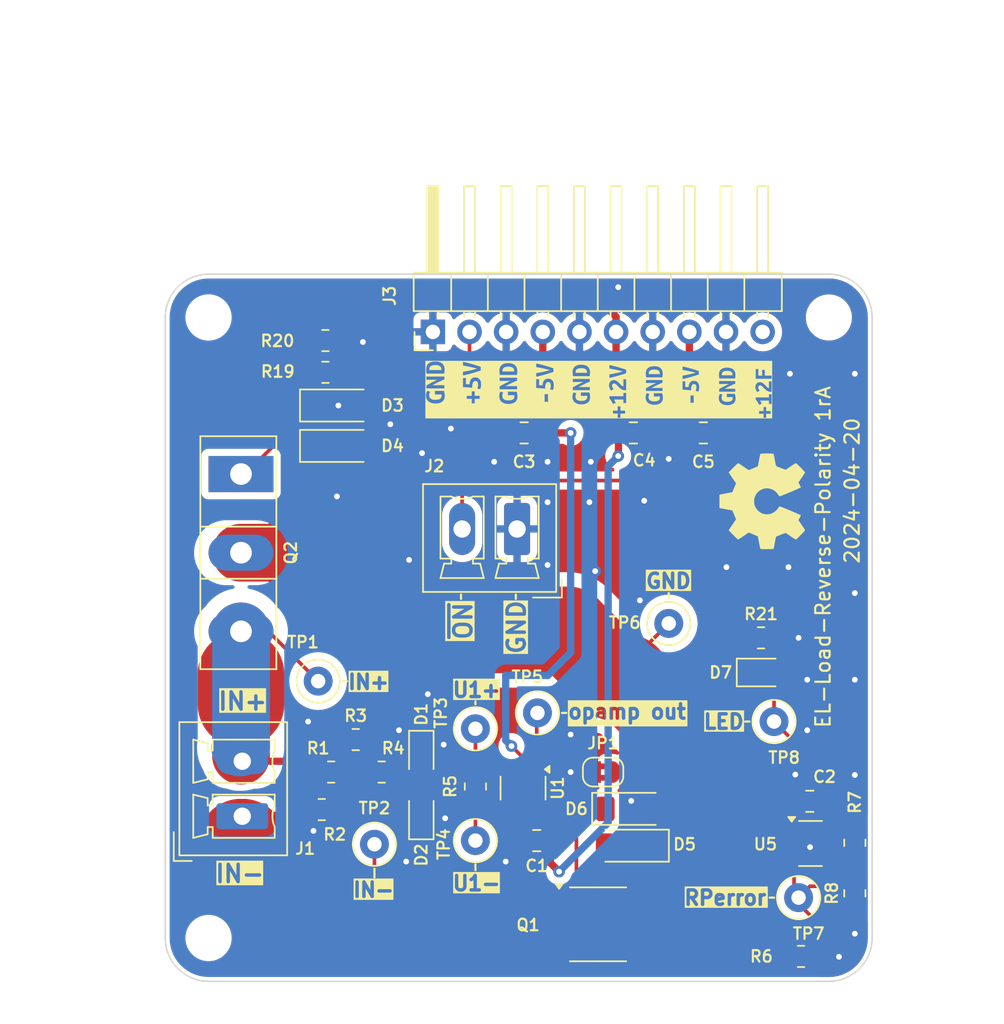
<source format=kicad_pcb>
(kicad_pcb (version 20240108) (generator "pcbnew") (generator_version "8.0")
  (title_block (title "EL-Load-Reverse-Polarity") (date "2024-04-20") (rev "${VERSION}r${PCBVERSION}"))
  (layers (0 "F.Cu" mixed) (31 "B.Cu" mixed) (34 "B.Paste" user) (35 "F.Paste" user) (36 "B.SilkS" user "B.Silkscreen") (37 "F.SilkS" user "F.Silkscreen") (38 "B.Mask" user) (39 "F.Mask" user) (44 "Edge.Cuts" user))
  (property "PCBVERSION" "A")
  (property "VERSION" "1")
  (net 0 "")
  (net 1 "-5V")
  (net 2 "+12V")
  (net 3 "GND")
  (net 4 "+5V")
  (net 5 "Net-(D1-A2)")
  (net 6 "Net-(D2-A2)")
  (net 7 "Net-(D3-K)")
  (net 8 "Net-(D3-A)")
  (net 9 "Net-(D4-K)")
  (net 10 "Net-(D5-K)")
  (net 11 "Net-(D5-A)")
  (net 12 "Net-(D6-K)")
  (net 13 "Net-(D7-K)")
  (net 14 "Net-(D7-A)")
  (net 15 "-12V")
  (net 16 "+12P")
  (net 17 "Net-(J1-Pin_1)")
  (net 18 "Net-(J1-Pin_2)")
  (net 19 "Net-(J2-Pin_2)")
  (net 20 "Net-(JP1-A)")
  (net 21 "Net-(NT1-Pad1)")
  (net 22 "Net-(NT2-Pad2)")
  (net 23 "Net-(Q2-D)")
  (net 24 "Net-(R1-Pad2)")
  (net 25 "Net-(R3-Pad2)")
  (net 26 "Net-(U5-+)")
  (footprint "Diode_SMD:D_SOD-323" (layer "F.Cu") (at 93.85 78.15 90)
    (property "Reference" "D2" (at -2.7 0 90) (layer "F.SilkS") (effects (font (size 0.8 0.8))))
    (property "Value" "PESD3V3L1BAF")
    (pad "1" smd roundrect (at -1.05 0 90) (size 0.6 0.45) (layers "F.Cu" "F.Paste" "F.Mask") (net 3 "GND"))
    (pad "2" smd roundrect (at 1.05 0 90) (size 0.6 0.45) (layers "F.Cu" "F.Paste" "F.Mask") (net 6 "Net-(D2-A2)"))
  )
  (footprint "Capacitor_SMD:C_0805_2012Metric_Pad1.18x1.45mm_HandSolder" (layer "F.Cu") (at 120.775 77.125 180)
    (property "Reference" "C2" (at -1.025 1.7 0) (layer "F.SilkS") (effects (font (size 0.8 0.8))))
    (property "Value" "10u")
    (pad "1" smd roundrect (at -1.0375 0 180) (size 1.175 1.45) (layers "F.Cu" "F.Paste" "F.Mask") (roundrect_rratio 0.212766) (net 4 "+5V"))
    (pad "2" smd roundrect (at 1.0375 0 180) (size 1.175 1.45) (layers "F.Cu" "F.Paste" "F.Mask") (roundrect_rratio 0.212766) (net 3 "GND"))
  )
  (footprint "Symbol:OSHW-Symbol_6.7x6mm_SilkScreen" (layer "F.Cu") (at 117.5 56.35 90)
    (property "Reference" "SYM1" (hide yes))
    (property "Value" "EL-Load-Reverse-Polarity 1rA" (at -3.85 4.2 90) (layer "F.SilkS"))
  )
  (footprint "MountingHole:MountingHole_2.7mm_M2.5_DIN965" (layer "F.Cu") (at 79.1 86.6)
    (property "Reference" "H1" (hide yes))
    (property "Value" "MountingHole" (hide yes))
    (pad "" np_thru_hole circle (at 0 0) (size 2.7 2.7) (drill 2.7) (layers "*.Cu" "*.Mask"))
  )
  (footprint "MountingHole:MountingHole_2.7mm_M2.5_DIN965" (layer "F.Cu") (at 79.1 43.6)
    (property "Reference" "H3" (hide yes))
    (property "Value" "MountingHole" (hide yes))
    (pad "" np_thru_hole circle (at 0 0) (size 2.7 2.7) (drill 2.7) (layers "*.Cu" "*.Mask"))
  )
  (footprint "Resistor_SMD:R_0805_2012Metric" (layer "F.Cu") (at 123.9 83.5 90)
    (property "Reference" "R8" (at 0 -1.6 90) (layer "F.SilkS") (effects (font (size 0.8 0.8))))
    (property "Value" "15k")
    (pad "1" smd roundrect (at -0.9125 0 90) (size 1.025 1.4) (layers "F.Cu" "F.Paste" "F.Mask") (roundrect_rratio 0.243902) (net 3 "GND"))
    (pad "2" smd roundrect (at 0.9125 0 90) (size 1.025 1.4) (layers "F.Cu" "F.Paste" "F.Mask") (roundrect_rratio 0.243902) (net 26 "Net-(U5-+)"))
  )
  (footprint "kibuzzard-661FA39C" (layer "F.Cu") (at 106.15 48.6 90)
    (property "Reference" "kibuzzard-661FA39C" (hide yes))
    (property "Value" "G***" (hide yes))
  )
  (footprint "TestPoint:TestPoint_Loop_D2.50mm_Drill1.0mm" (layer "F.Cu") (at 118.3 71.6)
    (property "Reference" "TP8" (at 0.7 2.5 0) (layer "F.SilkS") (effects (font (size 0.8 0.8))))
    (property "Value" "TestPoint")
    (pad "1" thru_hole circle (at 0 0) (size 2 2) (drill 1) (layers "*.Cu" "*.Mask") (net 14 "Net-(D7-A)"))
  )
  (footprint "Diode_SMD:D_MiniMELF" (layer "F.Cu") (at 88.1 49.7)
    (property "Reference" "D3" (at 3.75 0 0) (layer "F.SilkS") (effects (font (size 0.8 0.8))))
    (property "Value" "TZMB16-GS08")
    (pad "1" smd roundrect (at -1.75 0) (size 1.3 1.7) (layers "F.Cu" "F.Paste" "F.Mask") (roundrect_rratio 0.1923076923) (net 7 "Net-(D3-K)"))
    (pad "2" smd roundrect (at 1.75 0) (size 1.3 1.7) (layers "F.Cu" "F.Paste" "F.Mask") (roundrect_rratio 0.1923076923) (net 8 "Net-(D3-A)"))
  )
  (footprint "Resistor_SMD:R_0805_2012Metric" (layer "F.Cu") (at 117.4 65.8)
    (property "Reference" "R21" (at 0 -1.65 0) (layer "F.SilkS") (effects (font (size 0.8 0.8))))
    (property "Value" "4k7")
    (pad "1" smd roundrect (at -0.9125 0) (size 1.025 1.4) (layers "F.Cu" "F.Paste" "F.Mask") (roundrect_rratio 0.243902) (net 13 "Net-(D7-K)"))
    (pad "2" smd roundrect (at 0.9125 0) (size 1.025 1.4) (layers "F.Cu" "F.Paste" "F.Mask") (roundrect_rratio 0.243902) (net 3 "GND"))
  )
  (footprint "LED_SMD:LED_0805_2012Metric" (layer "F.Cu") (at 117.4 68.2)
    (property "Reference" "D7" (at -2.8 0 0) (layer "F.SilkS") (effects (font (size 0.8 0.8))))
    (property "Value" "Red")
    (pad "1" smd roundrect (at -0.9375 0) (size 0.975 1.4) (layers "F.Cu" "F.Paste" "F.Mask") (net 13 "Net-(D7-K)"))
    (pad "2" smd roundrect (at 0.9375 0) (size 0.975 1.4) (layers "F.Cu" "F.Paste" "F.Mask") (net 14 "Net-(D7-A)"))
  )
  (footprint "Package_SO:SO-8_3.9x4.9mm_P1.27mm" (layer "F.Cu") (at 106.1 85.65)
    (property "Reference" "Q1" (at -4.85 0.05 0) (layer "F.SilkS") (effects (font (size 0.8 0.8))))
    (property "Value" "AOSP66923")
    (pad "1" smd roundrect (at -2.575 -1.905) (size 1.75 0.6) (layers "F.Cu" "F.Paste" "F.Mask") (net 17 "Net-(J1-Pin_1)"))
    (pad "2" smd roundrect (at -2.575 -0.635) (size 1.75 0.6) (layers "F.Cu" "F.Paste" "F.Mask") (net 17 "Net-(J1-Pin_1)"))
    (pad "3" smd roundrect (at -2.575 0.635) (size 1.75 0.6) (layers "F.Cu" "F.Paste" "F.Mask") (net 17 "Net-(J1-Pin_1)"))
    (pad "4" smd roundrect (at -2.575 1.905) (size 1.75 0.6) (layers "F.Cu" "F.Paste" "F.Mask") (net 12 "Net-(D6-K)"))
    (pad "5" smd roundrect (at 2.575 1.905) (size 1.75 0.6) (layers "F.Cu" "F.Paste" "F.Mask") (net 23 "Net-(Q2-D)"))
    (pad "6" smd roundrect (at 2.575 0.635) (size 1.75 0.6) (layers "F.Cu" "F.Paste" "F.Mask") (net 23 "Net-(Q2-D)"))
    (pad "7" smd roundrect (at 2.575 -0.635) (size 1.75 0.6) (layers "F.Cu" "F.Paste" "F.Mask") (net 23 "Net-(Q2-D)"))
    (pad "8" smd roundrect (at 2.575 -1.905) (size 1.75 0.6) (layers "F.Cu" "F.Paste" "F.Mask") (net 23 "Net-(Q2-D)"))
  )
  (footprint "TestPoint:TestPoint_Loop_D2.50mm_Drill1.0mm" (layer "F.Cu") (at 120 83.8)
    (property "Reference" "TP7" (at 0.7 2.5 0) (layer "F.SilkS") (effects (font (size 0.8 0.8))))
    (property "Value" "TestPoint")
    (pad "1" thru_hole circle (at 0 0) (size 2 2) (drill 1) (layers "*.Cu" "*.Mask") (net 26 "Net-(U5-+)"))
  )
  (footprint "Capacitor_SMD:C_0805_2012Metric" (layer "F.Cu") (at 101.85 79.85)
    (property "Reference" "C1" (at 0 1.75 0) (layer "F.SilkS") (effects (font (size 0.8 0.8))))
    (property "Value" "100n")
    (pad "1" smd roundrect (at -0.95 0) (size 1 1.45) (layers "F.Cu" "F.Paste" "F.Mask") (net 1 "-5V"))
    (pad "2" smd roundrect (at 0.95 0) (size 1 1.45) (layers "F.Cu" "F.Paste" "F.Mask") (net 2 "+12V"))
  )
  (footprint "NetTies:NetTie-2_SMD_LongPad0.5mm" (layer "F.Cu") (at 84.35 78.1)
    (property "Reference" "NT2" (hide yes))
    (property "Value" "NetTie_2" (hide yes))
    (fp_poly (pts (xy -1 -0.25) (xy 1 -0.25) (xy 1 0.25) (xy -1 0.25)) (fill solid) (layer "F.Cu"))
    (pad "1" smd circle (at -1 0) (size 0.5 0.5) (layers "F.Cu") (net 17 "Net-(J1-Pin_1)"))
    (pad "2" smd circle (at 1 0) (size 0.5 0.5) (layers "F.Cu") (net 22 "Net-(NT2-Pad2)"))
  )
  (footprint "Diode_SMD:D_MiniMELF" (layer "F.Cu") (at 108.35 80.2 180)
    (property "Reference" "D5" (at -3.75 0.09 0) (layer "F.SilkS") (effects (font (size 0.8 0.8))))
    (property "Value" "TZMB16-GS08")
    (pad "1" smd roundrect (at -1.75 0 180) (size 1.3 1.7) (layers "F.Cu" "F.Paste" "F.Mask") (roundrect_rratio 0.1923076923) (net 10 "Net-(D5-K)"))
    (pad "2" smd roundrect (at 1.75 0 180) (size 1.3 1.7) (layers "F.Cu" "F.Paste" "F.Mask") (roundrect_rratio 0.1923076923) (net 11 "Net-(D5-A)"))
  )
  (footprint "Diode_SMD:D_MiniMELF" (layer "F.Cu") (at 108.35 77.65)
    (property "Reference" "D6" (at -3.75 0 0) (layer "F.SilkS") (effects (font (size 0.8 0.8))))
    (property "Value" "TZMB16-GS08")
    (pad "1" smd roundrect (at -1.75 0) (size 1.3 1.7) (layers "F.Cu" "F.Paste" "F.Mask") (roundrect_rratio 0.1923076923) (net 12 "Net-(D6-K)"))
    (pad "2" smd roundrect (at 1.75 0) (size 1.3 1.7) (layers "F.Cu" "F.Paste" "F.Mask") (roundrect_rratio 0.1923076923) (net 11 "Net-(D5-A)"))
  )
  (footprint "Jumper:SolderJumper-2_P1.3mm_Bridged2Bar_RoundedPad1.0x1.5mm" (layer "F.Cu") (at 106.45 75.1 180)
    (property "Reference" "JP1" (at 0 2 0) (layer "F.SilkS") (effects (font (size 0.8 0.8))))
    (property "Value" "SolderJumper_2_Bridged")
    (fp_poly (pts (xy -0.25 0.2) (xy 0.25 0.2) (xy 0.25 0.6) (xy -0.25 0.6)) (fill solid) (layer "F.Cu"))
    (fp_poly (pts (xy -0.25 -0.6) (xy 0.25 -0.6) (xy 0.25 -0.2) (xy -0.25 -0.2)) (fill solid) (layer "F.Cu"))
    (pad "1" smd custom (at -0.65 0 180) (size 1 0.5) (layers "F.Cu" "F.Mask") (net 20 "Net-(JP1-A)") (options (clearance outline) (anchor rect)) (primitives (gr_circle (center 0 0.25) (end 0.5 0.25) (width 0) (fill yes)) (gr_circle (center 0 -0.25) (end 0.5 -0.25) (width 0) (fill yes)) (gr_poly (pts (xy 0.5 0.75) (xy 0 0.75) (xy 0 -0.75) (xy 0.5 -0.75)) (width 0) (fill yes))))
    (pad "2" smd custom (at 0.65 0 180) (size 1 0.5) (layers "F.Cu" "F.Mask") (net 3 "GND") (options (clearance outline) (anchor rect)) (primitives (gr_circle (center 0 0.25) (end 0.5 0.25) (width 0) (fill yes)) (gr_circle (center 0 -0.25) (end 0.5 -0.25) (width 0) (fill yes)) (gr_poly (pts (xy 0 0.75) (xy -0.5 0.75) (xy -0.5 -0.75) (xy 0 -0.75)) (width 0) (fill yes))))
  )
  (footprint "Resistor_SMD:R_0805_2012Metric" (layer "F.Cu") (at 123.9 80 90)
    (property "Reference" "R7" (at 2.8 0 90) (layer "F.SilkS") (effects (font (size 0.8 0.8))))
    (property "Value" "20k")
    (pad "1" smd roundrect (at -0.9125 0 90) (size 1.025 1.4) (layers "F.Cu" "F.Paste" "F.Mask") (roundrect_rratio 0.243902) (net 26 "Net-(U5-+)"))
    (pad "2" smd roundrect (at 0.9125 0 90) (size 1.025 1.4) (layers "F.Cu" "F.Paste" "F.Mask") (roundrect_rratio 0.243902) (net 4 "+5V"))
  )
  (footprint "Package_TO_SOT_THT:TO-247-3_Vertical" (layer "F.Cu") (at 81.35 54.45 -90)
    (property "Reference" "Q2" (at 5.45 -3.45 90) (layer "F.SilkS") (effects (font (size 0.8 0.8))))
    (property "Value" "IRFP250M")
    (pad "1" thru_hole rect (at 0 0 270) (size 2.5 4.5) (drill 1.5) (layers "*.Cu" "*.Mask") (net 7 "Net-(D3-K)"))
    (pad "2" thru_hole oval (at 5.45 0 270) (size 2.5 4.5) (drill 1.5) (layers "*.Cu" "*.Mask") (net 23 "Net-(Q2-D)"))
    (pad "3" thru_hole oval (at 10.9 0 270) (size 2.5 4.5) (drill 1.5) (layers "*.Cu" "*.Mask") (net 18 "Net-(J1-Pin_2)"))
  )
  (footprint "Capacitor_SMD:C_0805_2012Metric_Pad1.18x1.45mm_HandSolder" (layer "F.Cu") (at 108.55 51.6)
    (property "Reference" "C4" (at 0.75 1.9 0) (layer "F.SilkS") (effects (font (size 0.8 0.8))))
    (property "Value" "10u")
    (pad "1" smd roundrect (at -1.0375 0) (size 1.175 1.45) (layers "F.Cu" "F.Paste" "F.Mask") (roundrect_rratio 0.212766) (net 2 "+12V"))
    (pad "2" smd roundrect (at 1.0375 0) (size 1.175 1.45) (layers "F.Cu" "F.Paste" "F.Mask") (roundrect_rratio 0.212766) (net 3 "GND"))
  )
  (footprint "Resistor_SMD:R_0805_2012Metric" (layer "F.Cu") (at 87.2 45.2 180)
    (property "Reference" "R20" (at 3.325 -0.025 0) (layer "F.SilkS") (effects (font (size 0.8 0.8))))
    (property "Value" "10k")
    (pad "1" smd roundrect (at -0.9125 0 180) (size 1.025 1.4) (layers "F.Cu" "F.Paste" "F.Mask") (roundrect_rratio 0.243902) (net 2 "+12V"))
    (pad "2" smd roundrect (at 0.9125 0 180) (size 1.025 1.4) (layers "F.Cu" "F.Paste" "F.Mask") (roundrect_rratio 0.243902) (net 7 "Net-(D3-K)"))
  )
  (footprint "Resistor_SMD:R_0805_2012Metric" (layer "F.Cu") (at 87.6 75.1)
    (property "Reference" "R1" (at -0.9 -1.65 0) (layer "F.SilkS") (effects (font (size 0.8 0.8))))
    (property "Value" "1M")
    (pad "1" smd roundrect (at -0.9125 0) (size 1.025 1.4) (layers "F.Cu" "F.Paste" "F.Mask") (roundrect_rratio 0.243902) (net 21 "Net-(NT1-Pad1)"))
    (pad "2" smd roundrect (at 0.9125 0) (size 1.025 1.4) (layers "F.Cu" "F.Paste" "F.Mask") (roundrect_rratio 0.243902) (net 24 "Net-(R1-Pad2)"))
  )
  (footprint "Resistor_SMD:R_0805_2012Metric" (layer "F.Cu") (at 86.95 77.7 180)
    (property "Reference" "R2" (at -0.9 -1.725 0) (layer "F.SilkS") (effects (font (size 0.8 0.8))))
    (property "Value" "100k")
    (pad "1" smd roundrect (at -0.9125 0 180) (size 1.025 1.4) (layers "F.Cu" "F.Paste" "F.Mask") (roundrect_rratio 0.243902) (net 6 "Net-(D2-A2)"))
    (pad "2" smd roundrect (at 0.9125 0 180) (size 1.025 1.4) (layers "F.Cu" "F.Paste" "F.Mask") (roundrect_rratio 0.243902) (net 22 "Net-(NT2-Pad2)"))
  )
  (footprint "TestPoint:TestPoint_Loop_D2.50mm_Drill1.0mm" (layer "F.Cu") (at 86.7 68.8 -90)
    (property "Reference" "TP1" (at -2.7 1.05 180) (layer "F.SilkS") (effects (font (size 0.8 0.8))))
    (property "Value" "TestPoint")
    (pad "1" thru_hole circle (at 0 0 270) (size 2 2) (drill 1) (layers "*.Cu" "*.Mask") (net 18 "Net-(J1-Pin_2)"))
  )
  (footprint "Connector_Phoenix_MC:PhoenixContact_MCV_1,5_2-G-3.81_1x02_P3.81mm_Vertical" (layer "F.Cu") (at 81.4375 78.16 90)
    (property "Reference" "J1" (at -2.24 4.3625 180) (layer "F.SilkS") (effects (font (size 0.8 0.8))))
    (property "Value" "Conn_01x02_Socket")
    (pad "1" thru_hole roundrect (at 0 0 90) (size 1.8 3.6) (drill 1.2) (layers "*.Cu" "*.Mask") (roundrect_rratio 0.138889) (net 17 "Net-(J1-Pin_1)"))
    (pad "2" thru_hole oval (at 3.81 0 90) (size 1.8 3.6) (drill 1.2) (layers "*.Cu" "*.Mask") (net 18 "Net-(J1-Pin_2)"))
  )
  (footprint "Resistor_SMD:R_0805_2012Metric" (layer "F.Cu") (at 87.2 47.4 180)
    (property "Reference" "R19" (at 3.3 0.05 0) (layer "F.SilkS") (effects (font (size 0.8 0.8))))
    (property "Value" "100")
    (pad "1" smd roundrect (at -0.9125 0 180) (size 1.025 1.4) (layers "F.Cu" "F.Paste" "F.Mask") (roundrect_rratio 0.243902) (net 19 "Net-(J2-Pin_2)"))
    (pad "2" smd roundrect (at 0.9125 0 180) (size 1.025 1.4) (layers "F.Cu" "F.Paste" "F.Mask") (roundrect_rratio 0.243902) (net 7 "Net-(D3-K)"))
  )
  (footprint "Resistor_SMD:R_0805_2012Metric" (layer "F.Cu") (at 120.175 87.875)
    (property "Reference" "R6" (at -2.75 0 0) (layer "F.SilkS") (effects (font (size 0.8 0.8))))
    (property "Value" "22k")
    (pad "1" smd roundrect (at -0.9125 0) (size 1.025 1.4) (layers "F.Cu" "F.Paste" "F.Mask") (roundrect_rratio 0.243902) (net 12 "Net-(D6-K)"))
    (pad "2" smd roundrect (at 0.9125 0) (size 1.025 1.4) (layers "F.Cu" "F.Paste" "F.Mask") (roundrect_rratio 0.243902) (net 26 "Net-(U5-+)"))
  )
  (footprint "Connector_PinHeader_2.54mm:PinHeader_1x10_P2.54mm_Horizontal" (layer "F.Cu") (at 94.65 44.6 90)
    (property "Reference" "J3" (at 2.5 -3 90) (layer "F.SilkS") (effects (font (size 0.8 0.8))))
    (property "Value" "Conn_01x10_Male")
    (pad "1" thru_hole rect (at 0 0 90) (size 1.7 1.7) (drill 1) (layers "*.Cu" "*.Mask") (net 3 "GND"))
    (pad "2" thru_hole oval (at 0 2.54 90) (size 1.7 1.7) (drill 1) (layers "*.Cu" "*.Mask") (net 4 "+5V"))
    (pad "3" thru_hole oval (at 0 5.08 90) (size 1.7 1.7) (drill 1) (layers "*.Cu" "*.Mask") (net 3 "GND"))
    (pad "4" thru_hole oval (at 0 7.62 90) (size 1.7 1.7) (drill 1) (layers "*.Cu" "*.Mask") (net 1 "-5V"))
    (pad "5" thru_hole oval (at 0 10.16 90) (size 1.7 1.7) (drill 1) (layers "*.Cu" "*.Mask") (net 3 "GND"))
    (pad "6" thru_hole oval (at 0 12.7 90) (size 1.7 1.7) (drill 1) (layers "*.Cu" "*.Mask") (net 2 "+12V"))
    (pad "7" thru_hole oval (at 0 15.24 90) (size 1.7 1.7) (drill 1) (layers "*.Cu" "*.Mask") (net 3 "GND"))
    (pad "8" thru_hole oval (at 0 17.78 90) (size 1.7 1.7) (drill 1) (layers "*.Cu" "*.Mask") (net 15 "-12V"))
    (pad "9" thru_hole oval (at 0 20.32 90) (size 1.7 1.7) (drill 1) (layers "*.Cu" "*.Mask") (net 3 "GND"))
    (pad "10" thru_hole oval (at 0 22.86 90) (size 1.7 1.7) (drill 1) (layers "*.Cu" "*.Mask") (net 16 "+12P"))
  )
  (footprint "NetTies:NetTie-2_SMD_LongPad0.5mm" (layer "F.Cu") (at 109.1 75.1)
    (property "Reference" "NT5" (hide yes))
    (property "Value" "NetTie_2" (hide yes))
    (fp_poly (pts (xy -1 -0.25) (xy 1 -0.25) (xy 1 0.25) (xy -1 0.25)) (fill solid) (layer "F.Cu"))
    (pad "1" smd circle (at -1 0) (size 0.5 0.5) (layers "F.Cu") (net 20 "Net-(JP1-A)"))
    (pad "2" smd circle (at 1 0) (size 0.5 0.5) (layers "F.Cu") (net 23 "Net-(Q2-D)"))
  )
  (footprint "TestPoint:TestPoint_Loop_D2.50mm_Drill1.0mm" (layer "F.Cu") (at 111 64.8 180)
    (property "Reference" "TP6" (at 3.05 0.05 0) (layer "F.SilkS") (effects (font (size 0.8 0.8))))
    (property "Value" "TestPoint")
    (pad "1" thru_hole circle (at 0 0 180) (size 2 2) (drill 1) (layers "*.Cu" "*.Mask") (net 23 "Net-(Q2-D)"))
  )
  (footprint "TestPoint:TestPoint_Loop_D2.50mm_Drill1.0mm" (layer "F.Cu") (at 90.6 80.1 180)
    (property "Reference" "TP2" (at 0 2.5 0) (layer "F.SilkS") (effects (font (size 0.8 0.8))))
    (property "Value" "TestPoint")
    (pad "1" thru_hole circle (at 0 0 180) (size 2 2) (drill 1) (layers "*.Cu" "*.Mask") (net 17 "Net-(J1-Pin_1)"))
  )
  (footprint "Capacitor_SMD:C_0805_2012Metric_Pad1.18x1.45mm_HandSolder" (layer "F.Cu") (at 100.975 51.6)
    (property "Reference" "C3" (at 0 2 0) (layer "F.SilkS") (effects (font (size 0.8 0.8))))
    (property "Value" "10u")
    (pad "1" smd roundrect (at -1.0375 0) (size 1.175 1.45) (layers "F.Cu" "F.Paste" "F.Mask") (roundrect_rratio 0.212766) (net 3 "GND"))
    (pad "2" smd roundrect (at 1.0375 0) (size 1.175 1.45) (layers "F.Cu" "F.Paste" "F.Mask") (roundrect_rratio 0.212766) (net 1 "-5V"))
  )
  (footprint "Package_TO_SOT_SMD:SOT-23-5" (layer "F.Cu") (at 120.825 80.05)
    (property "Reference" "U5" (at -3.125 0.05 0) (layer "F.SilkS") (effects (font (size 0.8 0.8))))
    (property "Value" "MCP6V51")
    (pad "1" smd roundrect (at -1.1375 -0.95) (size 1.325 0.6) (layers "F.Cu" "F.Paste" "F.Mask") (net 14 "Net-(D7-A)"))
    (pad "2" smd roundrect (at -1.1375 0) (size 1.325 0.6) (layers "F.Cu" "F.Paste" "F.Mask") (net 3 "GND"))
    (pad "3" smd roundrect (at -1.1375 0.95) (size 1.325 0.6) (layers "F.Cu" "F.Paste" "F.Mask") (net 26 "Net-(U5-+)"))
    (pad "4" smd roundrect (at 1.1375 0.95) (size 1.325 0.6) (layers "F.Cu" "F.Paste" "F.Mask") (net 14 "Net-(D7-A)"))
    (pad "5" smd roundrect (at 1.1375 -0.95) (size 1.325 0.6) (layers "F.Cu" "F.Paste" "F.Mask") (net 4 "+5V"))
  )
  (footprint "Diode_SMD:D_MiniMELF" (layer "F.Cu") (at 88.1 52.5)
    (property "Reference" "D4" (at 3.75 0 0) (layer "F.SilkS") (effects (font (size 0.8 0.8))))
    (property "Value" "TZMB16-GS08")
    (pad "1" smd roundrect (at -1.75 0) (size 1.3 1.7) (layers "F.Cu" "F.Paste" "F.Mask") (roundrect_rratio 0.1923076923) (net 9 "Net-(D4-K)"))
    (pad "2" smd roundrect (at 1.75 0) (size 1.3 1.7) (layers "F.Cu" "F.Paste" "F.Mask") (roundrect_rratio 0.1923076923) (net 8 "Net-(D3-A)"))
  )
  (footprint "NetTies:NetTie-2_SMD_LongPad0.5mm" (layer "F.Cu") (at 86.35 56.05 -90)
    (property "Reference" "NT3" (hide yes))
    (property "Value" "NetTie_2" (hide yes))
    (fp_poly (pts (xy -1 -0.25) (xy 1 -0.25) (xy 1 0.25) (xy -1 0.25)) (fill solid) (layer "F.Cu"))
    (pad "1" smd circle (at -1 0 270) (size 0.5 0.5) (layers "F.Cu") (net 9 "Net-(D4-K)"))
    (pad "2" smd circle (at 1 0 270) (size 0.5 0.5) (layers "F.Cu") (net 23 "Net-(Q2-D)"))
  )
  (footprint "Resistor_SMD:R_0805_2012Metric" (layer "F.Cu") (at 89.3 72.85)
    (property "Reference" "R3" (at 0 -1.65 0) (layer "F.SilkS") (effects (font (size 0.8 0.8))))
    (property "Value" "1M")
    (pad "1" smd roundrect (at -0.9125 0) (size 1.025 1.4) (layers "F.Cu" "F.Paste" "F.Mask") (roundrect_rratio 0.243902) (net 24 "Net-(R1-Pad2)"))
    (pad "2" smd roundrect (at 0.9125 0) (size 1.025 1.4) (layers "F.Cu" "F.Paste" "F.Mask") (roundrect_rratio 0.243902) (net 25 "Net-(R3-Pad2)"))
  )
  (footprint "NetTies:NetTie-2_SMD_LongPad0.5mm" (layer "F.Cu") (at 108.45 81.75 90)
    (property "Reference" "NT4" (hide yes))
    (property "Value" "NetTie_2" (hide yes))
    (fp_poly (pts (xy -1 -0.25) (xy 1 -0.25) (xy 1 0.25) (xy -1 0.25)) (fill solid) (layer "F.Cu"))
    (pad "1" smd circle (at -1 0 90) (size 0.5 0.5) (layers "F.Cu") (net 23 "Net-(Q2-D)"))
    (pad "2" smd circle (at 1 0 90) (size 0.5 0.5) (layers "F.Cu") (net 10 "Net-(D5-K)"))
  )
  (footprint "Connector_Phoenix_MC:PhoenixContact_MCV_1,5_2-G-3.81_1x02_P3.81mm_Vertical" (layer "F.Cu") (at 100.4875 58.2575 180)
    (property "Reference" "J2" (at 5.7375 4.3575 0) (layer "F.SilkS") (effects (font (size 0.8 0.8))))
    (property "Value" "Conn_01x02_Socket")
    (pad "1" thru_hole roundrect (at 0 0 180) (size 1.8 3.6) (drill 1.2) (layers "*.Cu" "*.Mask") (roundrect_rratio 0.138889) (net 3 "GND"))
    (pad "2" thru_hole oval (at 3.81 0 180) (size 1.8 3.6) (drill 1.2) (layers "*.Cu" "*.Mask") (net 19 "Net-(J2-Pin_2)"))
  )
  (footprint "MountingHole:MountingHole_2.7mm_M2.5_DIN965" (layer "F.Cu") (at 122.1 43.6)
    (property "Reference" "H2" (hide yes))
    (property "Value" "MountingHole" (hide yes))
    (pad "" np_thru_hole circle (at 0 0) (size 2.7 2.7) (drill 2.7) (layers "*.Cu" "*.Mask"))
  )
  (footprint "Resistor_SMD:R_0805_2012Metric" (layer "F.Cu") (at 97.6 76.1 90)
    (property "Reference" "R5" (at 0 -1.75 90) (layer "F.SilkS") (effects (font (size 0.8 0.8))))
    (property "Value" "100k")
    (pad "1" smd roundrect (at -0.9125 0 90) (size 1.025 1.4) (layers "F.Cu" "F.Paste" "F.Mask") (roundrect_rratio 0.243902) (net 6 "Net-(D2-A2)"))
    (pad "2" smd roundrect (at 0.9125 0 90) (size 1.025 1.4) (layers "F.Cu" "F.Paste" "F.Mask") (roundrect_rratio 0.243902) (net 5 "Net-(D1-A2)"))
  )
  (footprint "TestPoint:TestPoint_Loop_D2.50mm_Drill1.0mm" (layer "F.Cu") (at 97.6 79.85)
    (property "Reference" "TP4" (at -2.2 0.25 90) (layer "F.SilkS") (effects (font (size 0.8 0.8))))
    (property "Value" "TestPoint")
    (pad "1" thru_hole circle (at 0 0) (size 2 2) (drill 1) (layers "*.Cu" "*.Mask") (net 6 "Net-(D2-A2)"))
  )
  (footprint "TestPoint:TestPoint_Loop_D2.50mm_Drill1.0mm" (layer "F.Cu") (at 97.6 72.1 180)
    (property "Reference" "TP3" (at 2.4 1.1 90) (layer "F.SilkS") (effects (font (size 0.8 0.8))))
    (property "Value" "TestPoint")
    (pad "1" thru_hole circle (at 0 0 180) (size 2 2) (drill 1) (layers "*.Cu" "*.Mask") (net 5 "Net-(D1-A2)"))
  )
  (footprint "Capacitor_SMD:C_0805_2012Metric_Pad1.18x1.45mm_HandSolder" (layer "F.Cu") (at 113.4 51.6 180)
    (property "Reference" "C5" (at 0 -2 0) (layer "F.SilkS") (effects (font (size 0.8 0.8))))
    (property "Value" "10u")
    (pad "1" smd roundrect (at -1.0375 0 180) (size 1.175 1.45) (layers "F.Cu" "F.Paste" "F.Mask") (roundrect_rratio 0.212766) (net 3 "GND"))
    (pad "2" smd roundrect (at 1.0375 0 180) (size 1.175 1.45) (layers "F.Cu" "F.Paste" "F.Mask") (roundrect_rratio 0.212766) (net 15 "-12V"))
  )
  (footprint "NetTies:NetTie-2_SMD_LongPad0.5mm" (layer "F.Cu") (at 84.35 74.35 180)
    (property "Reference" "NT1" (hide yes))
    (property "Value" "NetTie_2" (hide yes))
    (fp_poly (pts (xy -1 -0.25) (xy 1 -0.25) (xy 1 0.25) (xy -1 0.25)) (fill solid) (layer "F.Cu"))
    (pad "1" smd circle (at -1 0 180) (size 0.5 0.5) (layers "F.Cu") (net 21 "Net-(NT1-Pad1)"))
    (pad "2" smd circle (at 1 0 180) (size 0.5 0.5) (layers "F.Cu") (net 18 "Net-(J1-Pin_2)"))
  )
  (footprint "Package_TO_SOT_SMD:SOT-23-5" (layer "F.Cu") (at 100.9 76.2125 -90)
    (property "Reference" "U1" (at 0 -2.4 90) (layer "F.SilkS") (effects (font (size 0.8 0.8))))
    (property "Value" "MCP6V51")
    (pad "1" smd roundrect (at -1.1375 -0.95 270) (size 1.325 0.6) (layers "F.Cu" "F.Paste" "F.Mask") (net 12 "Net-(D6-K)"))
    (pad "2" smd roundrect (at -1.1375 0 270) (size 1.325 0.6) (layers "F.Cu" "F.Paste" "F.Mask") (net 1 "-5V"))
    (pad "3" smd roundrect (at -1.1375 0.95 270) (size 1.325 0.6) (layers "F.Cu" "F.Paste" "F.Mask") (net 5 "Net-(D1-A2)"))
    (pad "4" smd roundrect (at 1.1375 0.95 270) (size 1.325 0.6) (layers "F.Cu" "F.Paste" "F.Mask") (net 6 "Net-(D2-A2)"))
    (pad "5" smd roundrect (at 1.1375 -0.95 270) (size 1.325 0.6) (layers "F.Cu" "F.Paste" "F.Mask") (net 2 "+12V"))
  )
  (footprint "TestPoint:TestPoint_Loop_D2.50mm_Drill1.0mm" (layer "F.Cu") (at 101.9 71 180)
    (property "Reference" "TP5" (at 0.7 2.5 0) (layer "F.SilkS") (effects (font (size 0.8 0.8))))
    (property "Value" "TestPoint")
    (pad "1" thru_hole circle (at 0 0 180) (size 2 2) (drill 1) (layers "*.Cu" "*.Mask") (net 12 "Net-(D6-K)"))
  )
  (footprint "Resistor_SMD:R_0805_2012Metric" (layer "F.Cu") (at 91.1 75.1)
    (property "Reference" "R4" (at 0.8 -1.65 0) (layer "F.SilkS") (effects (font (size 0.8 0.8))))
    (property "Value" "1M")
    (pad "1" smd roundrect (at -0.9125 0) (size 1.025 1.4) (layers "F.Cu" "F.Paste" "F.Mask") (roundrect_rratio 0.243902) (net 25 "Net-(R3-Pad2)"))
    (pad "2" smd roundrect (at 0.9125 0) (size 1.025 1.4) (layers "F.Cu" "F.Paste" "F.Mask") (roundrect_rratio 0.243902) (net 5 "Net-(D1-A2)"))
  )
  (footprint "Diode_SMD:D_SOD-323" (layer "F.Cu") (at 93.85 73.85 -90)
    (property "Reference" "D1" (at -2.75 0 90) (layer "F.SilkS") (effects (font (size 0.8 0.8))))
    (property "Value" "PESD3V3L1BAF")
    (pad "1" smd roundrect (at -1.05 0 270) (size 0.6 0.45) (layers "F.Cu" "F.Paste" "F.Mask") (net 3 "GND"))
    (pad "2" smd roundrect (at 1.05 0 270) (size 0.6 0.45) (layers "F.Cu" "F.Paste" "F.Mask") (net 5 "Net-(D1-A2)"))
  )
  (gr_line (start 111 63.1) (end 111 62.7) (stroke (width 0.15)) (layer "F.SilkS"))
  (gr_line (start 118.3 83.8) (end 118 83.8) (stroke (width 0.15)) (layer "F.SilkS"))
  (gr_line (start 100.4 63.1) (end 100.4 62.8) (stroke (width 0.15)) (layer "F.SilkS"))
  (gr_line (start 96.6 63.1) (end 96.6 62.8) (stroke (width 0.15)) (layer "F.SilkS"))
  (gr_line (start 97.6 81.5) (end 97.6 81.9) (stroke (width 0.15)) (layer "F.SilkS"))
  (gr_line (start 88.7 68.8) (end 88.4 68.8) (stroke (width 0.15)) (layer "F.SilkS"))
  (gr_line (start 97.6 70.4) (end 97.6 70.2) (stroke (width 0.15)) (layer "F.SilkS"))
  (gr_line (start 116.3 71.6) (end 116.6 71.6) (stroke (width 0.15)) (layer "F.SilkS"))
  (gr_line (start 90.6 82.4) (end 90.6 81.8) (stroke (width 0.15)) (layer "F.SilkS"))
  (gr_line (start 103.9 71) (end 103.6 71) (stroke (width 0.15)) (layer "F.SilkS"))
  (gr_arc (start 79.1 89.6) (mid 76.97868 88.72132) (end 76.1 86.6) (stroke (width 0.1)) (layer "Edge.Cuts"))
  (gr_line (start 79.1 89.6) (end 122.1 89.6) (stroke (width 0.1)) (layer "Edge.Cuts"))
  (gr_line (start 122.1 40.6) (end 79.1 40.6) (stroke (width 0.1)) (layer "Edge.Cuts"))
  (gr_line (start 125.1 86.6) (end 125.1 43.6) (stroke (width 0.1)) (layer "Edge.Cuts"))
  (gr_arc (start 76.1 43.6) (mid 76.97868 41.47868) (end 79.1 40.6) (stroke (width 0.1)) (layer "Edge.Cuts"))
  (gr_arc (start 122.1 40.6) (mid 124.22132 41.47868) (end 125.1 43.6) (stroke (width 0.1)) (layer "Edge.Cuts"))
  (gr_line (start 76.1 86.6) (end 76.1 43.6) (stroke (width 0.1)) (layer "Edge.Cuts"))
  (gr_arc (start 125.1 86.6) (mid 124.22132 88.72132) (end 122.1 89.6) (stroke (width 0.1)) (layer "Edge.Cuts"))
  (gr_text "U1+" (at 95.9 70 0) (layer "F.SilkS" knockout) (effects (font (size 1 1) (thickness 0.24) (bold yes)) (justify left bottom)))
  (gr_text "GND" (at 109.3 62.45 0) (layer "F.SilkS" knockout) (effects (font (size 1 1) (thickness 0.24) (bold yes)) (justify left bottom)))
  (gr_text "IN+" (at 88.65 69.45 0) (layer "F.SilkS" knockout) (effects (font (size 1 1) (thickness 0.24) (bold yes)) (justify left bottom)))
  (gr_text "~{ON}" (at 97.45 66.05 90) (layer "F.SilkS" knockout) (effects (font (size 1.2 1.2) (thickness 0.24) (bold yes)) (justify left bottom)))
  (gr_text "IN+" (at 79.65 70.9 0) (layer "F.SilkS" knockout) (effects (font (size 1.2 1.2) (thickness 0.24) (bold yes)) (justify left bottom)))
  (gr_text "${ISSUE_DATE}" (at 124.3 60.75 90) (layer "F.SilkS") (effects (font (size 1 1)) (justify left bottom)))
  (gr_text "U1-" (at 95.9 83.4 0) (layer "F.SilkS" knockout) (effects (font (size 1 1) (thickness 0.24) (bold yes)) (justify left bottom)))
  (gr_text "IN-" (at 89 83.85 0) (layer "F.SilkS" knockout) (effects (font (size 1 1) (thickness 0.24) (bold yes)) (justify left bottom)))
  (gr_text "opamp out" (at 103.9 71.5 0) (layer "F.SilkS" knockout) (effects (font (size 1 1) (thickness 0.24) (bold yes)) (justify left bottom)))
  (gr_text "LED" (at 113.3 72.2 0) (layer "F.SilkS" knockout) (effects (font (size 1 1) (thickness 0.24) (bold yes)) (justify left bottom)))
  (gr_text "RPerror" (at 111.95 84.4 0) (layer "F.SilkS" knockout) (effects (font (size 1 1) (thickness 0.24) (bold yes)) (justify left bottom)))
  (gr_text "IN-" (at 79.45 82.85 0) (layer "F.SilkS" knockout) (effects (font (size 1.2 1.2) (thickness 0.24) (bold yes)) (justify left bottom)))
  (gr_text "GND" (at 101.15 67.05 90) (layer "F.SilkS" knockout) (effects (font (size 1.2 1.2) (thickness 0.24) (bold yes)) (justify left bottom)))
  (segment (start 102.27 44.6) (end 102.27 51.3425) (width 0.508) (layer "F.Cu") (net 1))
  (segment (start 100.1 73.3) (end 100.9 74.1) (width 0.254) (layer "F.Cu") (net 1))
  (segment (start 100.9 74.1) (end 100.9 75.075) (width 0.254) (layer "F.Cu") (net 1))
  (segment (start 100.9 75.075) (end 100.9 79.85) (width 0.508) (layer "F.Cu") (net 1))
  (segment (start 102.27 51.3425) (end 102.0125 51.6) (width 0.508) (layer "F.Cu") (net 1))
  (segment (start 102.0125 51.6) (end 104.2 51.6) (width 0.508) (layer "F.Cu") (net 1))
  (via (at 104.2 51.6) (size 0.8) (drill 0.4) (layers "F.Cu" "B.Cu") (net 1))
  (via (at 100.1 73.3) (size 0.8) (drill 0.4) (layers "F.Cu" "B.Cu") (net 1))
  (segment (start 104.2 51.6) (end 104.2 66.823338) (width 0.508) (layer "B.Cu") (net 1))
  (segment (start 99.7 68.4) (end 102.623338 68.4) (width 0.508) (layer "B.Cu") (net 1))
  (segment (start 102.623338 68.4) (end 104.2 66.823338) (width 0.508) (layer "B.Cu") (net 1))
  (segment (start 99.7 72.9) (end 99.7 68.4) (width 0.508) (layer "B.Cu") (net 1))
  (segment (start 100.1 73.3) (end 99.7 72.9) (width 0.508) (layer "B.Cu") (net 1))
  (segment (start 107.35 51.4375) (end 107.5125 51.6) (width 0.508) (layer "F.Cu") (net 2))
  (segment (start 107.5 53.2) (end 107.5125 53.1875) (width 0.508) (layer "F.Cu") (net 2))
  (segment (start 101.85 77.35) (end 102.35 77.35) (width 0.508) (layer "F.Cu") (net 2))
  (segment (start 88.1125 44.2875) (end 90.5 41.9) (width 0.508) (layer "F.Cu") (net 2))
  (segment (start 107.35 43.55) (end 107.35 44.6) (width 0.508) (layer "F.Cu") (net 2))
  (segment (start 102.8 77.8) (end 102.8 79.85) (width 0.508) (layer "F.Cu") (net 2))
  (segment (start 103.4 82) (end 102.8 81.4) (width 0.508) (layer "F.Cu") (net 2))
  (segment (start 107.35 44.6) (end 107.35 51.4375) (width 0.508) (layer "F.Cu") (net 2))
  (segment (start 102.35 77.35) (end 102.8 77.8) (width 0.508) (layer "F.Cu") (net 2))
  (segment (start 90.5 41.9) (end 105.7 41.9) (width 0.508) (layer "F.Cu") (net 2))
  (segment (start 102.8 81.4) (end 102.8 79.85) (width 0.508) (layer "F.Cu") (net 2))
  (segment (start 88.1125 45.2) (end 88.1125 44.2875) (width 0.508) (layer "F.Cu") (net 2))
  (segment (start 107.5125 53.1875) (end 107.5125 51.6) (width 0.508) (layer "F.Cu") (net 2))
  (segment (start 105.7 41.9) (end 107.35 43.55) (width 0.508) (layer "F.Cu") (net 2))
  (via (at 107.5 53.2) (size 0.8) (drill 0.4) (layers "F.Cu" "B.Cu") (net 2))
  (via (at 103.4 82) (size 0.8) (drill 0.4) (layers "F.Cu" "B.Cu") (net 2))
  (segment (start 106.8 78.6) (end 103.4 82) (width 0.508) (layer "B.Cu") (net 2))
  (segment (start 106.8 53.9) (end 106.8 78.6) (width 0.508) (layer "B.Cu") (net 2))
  (segment (start 107.5 53.2) (end 106.8 53.9) (width 0.508) (layer "B.Cu") (net 2))
  (segment (start 120.543836 80.05) (end 120.796918 80.303082) (width 0.508) (layer "F.Cu") (net 3))
  (segment (start 119.6875 80.05) (end 120.543836 80.05) (width 0.508) (layer "F.Cu") (net 3))
  (via (at 94.3 69.7) (size 0.8) (drill 0.4) (layers "F.Cu" "B.Cu") (net 3))
  (via (at 123.9 62.7) (size 0.8) (drill 0.4) (layers "F.Cu" "B.Cu") (net 3))
  (via (at 104.2 72.5) (size 0.8) (drill 0.4) (layers "F.Cu" "B.Cu") (net 3))
  (via (at 108.4 77.1) (size 0.8) (drill 0.4) (layers "F.Cu" "B.Cu") (net 3))
  (via (at 119.775 75.275) (size 0.8) (drill 0.4) (layers "F.Cu" "B.Cu") (net 3))
  (via (at 89.8 45.3) (size 0.8) (drill 0.4) (layers "F.Cu" "B.Cu") (net 3))
  (via (at 95.4 73.2) (size 0.8) (drill 0.4) (layers "F.Cu" "B.Cu") (net 3))
  (via (at 105.5 56.4) (size 0.8) (drill 0.4) (layers "F.Cu" "B.Cu") (net 3))
  (via (at 102.6 53.6) (size 0.8) (drill 0.4) (layers "F.Cu" "B.Cu") (net 3))
  (via (at 91.7 51) (size 0.8) (drill 0.4) (layers "F.Cu" "B.Cu") (net 3))
  (via (at 123.9 86.3) (size 0.8) (drill 0.4) (layers "F.Cu" "B.Cu") (net 3))
  (via (at 115 60.9) (size 0.8) (drill 0.4) (layers "F.Cu" "B.Cu") (net 3))
  (via (at 102.6 60.75) (size 0.8) (drill 0.4) (layers "F.Cu" "B.Cu") (net 3))
  (via (at 122.8 87.9) (size 0.8) (drill 0.4) (layers "F.Cu" "B.Cu") (net 3))
  (via (at 105.9 61.175) (size 0.8) (drill 0.4) (layers "F.Cu" "B.Cu") (net 3))
  (via (at 107.5 41.5) (size 0.8) (drill 0.4) (layers "F.Cu" "B.Cu") (net 3))
  (via (at 119.4 47.5) (size 0.8) (drill 0.4) (layers "F.Cu" "B.Cu") (net 3))
  (via (at 109 63.2) (size 0.8) (drill 0.4) (layers "F.Cu" "B.Cu") (net 3))
  (via (at 95.9 51.3) (size 0.8) (drill 0.4) (layers "F.Cu" "B.Cu") (net 3))
  (via (at 109.3 56.3) (size 0.8) (drill 0.4) (layers "F.Cu" "B.Cu") (net 3))
  (via (at 123.9 47.5) (size 0.8) (drill 0.4) (layers "F.Cu" "B.Cu") (net 3))
  (via (at 95.5 78.3) (size 0.8) (drill 0.4) (layers "F.Cu" "B.Cu") (net 3))
  (via (at 120.6 68.7) (size 0.8) (drill 0.4) (layers "F.Cu" "B.Cu") (net 3))
  (via (at 99.7 81.3) (size 0.8) (drill 0.4) (layers "F.Cu" "B.Cu") (net 3))
  (via (at 88.1 49.7) (size 0.8) (drill 0.4) (layers "F.Cu" "B.Cu") (net 3))
  (via (at 93 60.4) (size 0.8) (drill 0.4) (layers "F.Cu" "B.Cu") (net 3))
  (via (at 88 56) (size 0.8) (drill 0.4) (layers "F.Cu" "B.Cu") (net 3))
  (via (at 120.6 72.2) (size 0.8) (drill 0.4) (layers "F.Cu" "B.Cu") (net 3))
  (via (at 119.3 60.9) (size 0.8) (drill 0.4) (layers "F.Cu" "B.Cu") (net 3))
  (via (at 123.9 68.7) (size 0.8) (drill 0.4) (layers "F.Cu" "B.Cu") (net 3))
  (via (at 102.6 56.4) (size 0.8) (drill 0.4) (layers "F.Cu" "B.Cu") (net 3))
  (via (at 93.9 53) (size 0.8) (drill 0.4) (layers "F.Cu" "B.Cu") (net 3))
  (via (at 120 65.8) (size 0.8) (drill 0.4) (layers "F.Cu" "B.Cu") (net 3))
  (via (at 120.796918 80.303082) (size 0.8) (drill 0.4) (layers "F.Cu" "B.Cu") (net 3))
  (via (at 104.2 75.1) (size 0.8) (drill 0.4) (layers "F.Cu" "B.Cu") (net 3))
  (via (at 105.6 53.6) (size 0.8) (drill 0.4) (layers "F.Cu" "B.Cu") (net 3))
  (via (at 123.9 75.3) (size 0.8) (drill 0.4) (layers "F.Cu" "B.Cu") (net 3))
  (via (at 111 53.4) (size 0.8) (drill 0.4) (layers "F.Cu" "B.Cu") (net 3))
  (via (at 86.375 79.175) (size 0.8) (drill 0.4) (layers "F.Cu" "B.Cu") (net 3))
  (via (at 92.3 72.2) (size 0.8) (drill 0.4) (layers "F.Cu" "B.Cu") (net 3))
  (via (at 86 71.6) (size 0.8) (drill 0.4) (layers "F.Cu" "B.Cu") (net 3))
  (via (at 98.9 53.6) (size 0.8) (drill 0.4) (layers "F.Cu" "B.Cu") (net 3))
  (via (at 92.8 81.3) (size 0.8) (drill 0.4) (layers "F.Cu" "B.Cu") (net 3))
  (segment (start 121.8125 77.125) (end 121.8125 65.6125) (width 0.254) (layer "F.Cu") (net 4))
  (segment (start 121.8125 78.95) (end 121.9625 79.1) (width 0.508) (layer "F.Cu") (net 4))
  (segment (start 121.9625 79.1) (end 123.8875 79.1) (width 0.508) (layer "F.Cu") (net 4))
  (segment (start 98.2 54.9) (end 97.19 53.89) (width 0.254) (layer "F.Cu") (net 4))
  (segment (start 97.19 53.89) (end 97.19 44.6) (width 0.254) (layer "F.Cu") (net 4))
  (segment (start 121.8125 65.6125) (end 111.1 54.9) (width 0.254) (layer "F.Cu") (net 4))
  (segment (start 111.1 54.9) (end 98.2 54.9) (width 0.254) (layer "F.Cu") (net 4))
  (segment (start 121.8125 77.125) (end 121.8125 78.95) (width 0.508) (layer "F.Cu") (net 4))
  (segment (start 123.8875 79.1) (end 123.9 79.0875) (width 0.508) (layer "F.Cu") (net 4))
  (segment (start 93.85 74.9) (end 97.3125 74.9) (width 0.254) (layer "F.Cu") (net 5))
  (segment (start 93.65 75.1) (end 93.85 74.9) (width 0.254) (layer "F.Cu") (net 5))
  (segment (start 97.6 75.1875) (end 97.6 72.1) (width 0.254) (layer "F.Cu") (net 5))
  (segment (start 92.0125 75.1) (end 93.65 75.1) (width 0.254) (layer "F.Cu") (net 5))
  (segment (start 99.8375 75.1875) (end 99.95 75.075) (width 0.254) (layer "F.Cu") (net 5))
  (segment (start 97.6 75.1875) (end 99.8375 75.1875) (width 0.254) (layer "F.Cu") (net 5))
  (segment (start 97.3125 74.9) (end 97.6 75.1875) (width 0.254) (layer "F.Cu") (net 5))
  (segment (start 97.6 77.0125) (end 99.6125 77.0125) (width 0.254) (layer "F.Cu") (net 6))
  (segment (start 87.8625 77.7) (end 88.2125 77.35) (width 0.254) (layer "F.Cu") (net 6))
  (segment (start 93.6 77.35) (end 93.85 77.1) (width 0.254) (layer "F.Cu") (net 6))
  (segment (start 99.6125 77.0125) (end 99.95 77.35) (width 0.254) (layer "F.Cu") (net 6))
  (segment (start 93.85 77.1) (end 97.5125 77.1) (width 0.254) (layer "F.Cu") (net 6))
  (segment (start 97.6 77.0125) (end 97.6 79.85) (width 0.254) (layer "F.Cu") (net 6))
  (segment (start 97.5125 77.1) (end 97.6 77.0125) (width 0.254) (layer "F.Cu") (net 6))
  (segment (start 88.2125 77.35) (end 93.6 77.35) (width 0.254) (layer "F.Cu") (net 6))
  (segment (start 86.2875 47.4) (end 86.2875 45.2) (width 0.254) (layer "F.Cu") (net 7))
  (segment (start 86.35 47.4625) (end 86.2875 47.4) (width 0.254) (layer "F.Cu") (net 7))
  (segment (start 86.35 49.7) (end 86.35 47.4625) (width 0.254) (layer "F.Cu") (net 7))
  (segment (start 86.35 49.75) (end 86.35 49.7) (width 0.254) (layer "F.Cu") (net 7))
  (segment (start 81.65 54.45) (end 86.35 49.75) (width 0.254) (layer "F.Cu") (net 7))
  (segment (start 81.35 54.45) (end 81.65 54.45) (width 0.254) (layer "F.Cu") (net 7))
  (segment (start 89.85 52.5) (end 89.85 49.7) (width 0.25) (layer "F.Cu") (net 8))
  (segment (start 86.35 55.05) (end 86.35 52.5) (width 0.25) (layer "F.Cu") (net 9))
  (segment (start 108.45 80.75) (end 109.55 80.75) (width 0.254) (layer "F.Cu") (net 10))
  (segment (start 109.55 80.75) (end 110.1 80.2) (width 0.254) (layer "F.Cu") (net 10))
  (segment (start 107 80.2) (end 109.55 77.65) (width 0.254) (layer "F.Cu") (net 11))
  (segment (start 106.6 80.2) (end 107 80.2) (width 0.254) (layer "F.Cu") (net 11))
  (segment (start 109.55 77.65) (end 110.1 77.65) (width 0.254) (layer "F.Cu") (net 11))
  (segment (start 101.85 75.075) (end 101.85 71.05) (width 0.254) (layer "F.Cu") (net 12))
  (segment (start 118.1375 89) (end 119.2625 87.875) (width 0.254) (layer "F.Cu") (net 12))
  (segment (start 101.85 75.075) (end 104.6 77.825) (width 0.254) (layer "F.Cu") (net 12))
  (segment (start 105.9 83.775) (end 104.6 82.475) (width 0.254) (layer "F.Cu") (net 12))
  (segment (start 106 87.9) (end 105.9 87.8) (width 0.254) (layer "F.Cu") (net 12))
  (segment (start 107.284894 89) (end 118.1375 89) (width 0.254) (layer "F.Cu") (net 12))
  (segment (start 104.6 82.475) (end 104.6 79.35) (width 0.254) (layer "F.Cu") (net 12))
  (segment (start 103.63 87.9) (end 106.225 87.9) (width 0.254) (layer "F.Cu") (net 12))
  (segment (start 101.85 71.05) (end 101.9 71) (width 0.254) (layer "F.Cu") (net 12))
  (segment (start 105.9 87.8) (end 105.9 83.775) (width 0.254) (layer "F.Cu") (net 12))
  (segment (start 106.225 87.940106) (end 107.284894 89) (width 0.254) (layer "F.Cu") (net 12))
  (segment (start 104.6 77.825) (end 104.775 77.65) (width 0.254) (layer "F.Cu") (net 12))
  (segment (start 104.6 77.825) (end 104.6 79.35) (width 0.254) (layer "F.Cu") (net 12))
  (segment (start 104.775 77.65) (end 106.6 77.65) (width 0.254) (layer "F.Cu") (net 12))
  (segment (start 116.4625 68.2) (end 116.4625 65.825) (width 0.254) (layer "F.Cu") (net 13))
  (segment (start 116.4625 65.825) (end 116.4875 65.8) (width 0.254) (layer "F.Cu") (net 13))
  (segment (start 121.9625 81) (end 121.9625 80.441236) (width 0.254) (layer "F.Cu") (net 14))
  (segment (start 120.8 79.278736) (end 120.8 79.1) (width 0.254) (layer "F.Cu") (net 14))
  (segment (start 118.3 68.2375) (end 118.3375 68.2) (width 0.254) (layer "F.Cu") (net 14))
  (segment (start 120.8 79.1) (end 120.8 74.1) (width 0.254) (layer "F.Cu") (net 14))
  (segment (start 121.9625 80.441236) (end 120.8 79.278736) (width 0.254) (layer "F.Cu") (net 14))
  (segment (start 118.3 71.6) (end 118.3 68.2375) (width 0.254) (layer "F.Cu") (net 14))
  (segment (start 120.8 74.1) (end 118.3 71.6) (width 0.254) (layer "F.Cu") (net 14))
  (segment (start 119.6875 79.1) (end 120.8 79.1) (width 0.254) (layer "F.Cu") (net 14))
  (segment (start 118.3125 71.5875) (end 118.3 71.6) (width 0.254) (layer "F.Cu") (net 14))
  (segment (start 112.43 51.5325) (end 112.3625 51.6) (width 0.508) (layer "F.Cu") (net 15))
  (segment (start 112.43 44.6) (end 112.43 51.5325) (width 0.508) (layer "F.Cu") (net 15))
  (segment (start 90.6 80.1) (end 90.6 85.35) (width 0.254) (layer "F.Cu") (net 17))
  (segment (start 81.35 79.96) (end 81.46 79.96) (width 6) (layer "F.Cu") (net 17))
  (segment (start 81.35 80.85) (end 81.35 79.96) (width 6) (layer "F.Cu") (net 17))
  (segment (start 103.525 85) (end 97.835 85) (width 4) (layer "F.Cu") (net 17))
  (segment (start 86.85 85.35) (end 90.6 85.35) (width 6) (layer "F.Cu") (net 17))
  (segment (start 81.4975 78.1) (end 81.4375 78.16) (width 0.254) (layer "F.Cu") (net 17))
  (segment (start 81.46 79.96) (end 86.85 85.35) (width 6) (layer "F.Cu") (net 17))
  (segment (start 90.6 85.35) (end 97.65 85.35) (width 6) (layer "F.Cu") (net 17))
  (segment (start 83.25 65.35) (end 81.35 65.35) (width 0.254) (layer "F.Cu") (net 18))
  (segment (start 81.35 65.35) (end 81.35 68.3) (width 4) (layer "F.Cu") (net 18))
  (segment (start 81.35 68.3) (end 81.35 70.4) (width 6) (layer "F.Cu") (net 18))
  (segment (start 81.35 70.4) (end 81.35 73.96) (width 4) (layer "F.Cu") (net 18))
  (segment (start 86.7 68.8) (end 83.25 65.35) (width 0.254) (layer "F.Cu") (net 18))
  (segment (start 81.35 73.35) (end 81.3 73.4) (width 4) (layer "B.Cu") (net 18))
  (segment (start 81.35 65.35) (end 81.35 73.35) (width 4) (layer "B.Cu") (net 18))
  (segment (start 90.05 47.4) (end 96.6775 54.0275) (width 0.254) (layer "F.Cu") (net 19))
  (segment (start 96.6775 54.0275) (end 96.6775 58.2575) (width 0.254) (layer "F.Cu") (net 19))
  (segment (start 88.1125 47.4) (end 90.05 47.4) (width 0.254) (layer "F.Cu") (net 19))
  (segment (start 108.1 75.1) (end 107.1 75.1) (width 0.25) (layer "F.Cu") (net 20))
  (segment (start 85.275 74.35) (end 86.025 75.1) (width 0.254) (layer "F.Cu") (net 21))
  (segment (start 86.025 75.1) (end 86.6875 75.1) (width 0.254) (layer "F.Cu") (net 21))
  (segment (start 85.6375 78.1) (end 86.0375 77.7) (width 0.25) (layer "F.Cu") (net 22))
  (segment (start 85.35 78.1) (end 85.6375 78.1) (width 0.25) (layer "F.Cu") (net 22))
  (segment (start 111 64.8) (end 107.325 68.475) (width 0.254) (layer "F.Cu") (net 23))
  (segment (start 108.085408 68.575) (end 112.880204 73.369796) (width 6) (layer "F.Cu") (net 23))
  (segment (start 81.35 59.9) (end 85.475 59.9) (width 4) (layer "F.Cu") (net 23))
  (segment (start 107.325 68.575) (end 108.085408 68.575) (width 6) (layer "F.Cu") (net 23))
  (segment (start 109.36 86.05) (end 109.66 85.75) (width 0.508) (layer "F.Cu") (net 23))
  (segment (start 108.45 82.75) (end 108.45 84.15) (width 0.254) (layer "F.Cu") (net 23))
  (segment (start 107.325 68.475) (end 107.325 68.575) (width 0.254) (layer "F.Cu") (net 23))
  (segment (start 90.825 65.25) (end 104 65.25) (width 6) (layer "F.Cu") (net 23))
  (segment (start 114.915 85.35) (end 109.65 85.35) (width 5) (layer "F.Cu") (net 23))
  (segment (start 111.15 75.1) (end 112.880204 73.369796) (width 0.254) (layer "F.Cu") (net 23))
  (segment (start 112.880204 73.369796) (end 114.9 75.389592) (width 6) (layer "F.Cu") (net 23))
  (segment (start 104 65.25) (end 107.325 68.575) (width 6) (layer "F.Cu") (net 23))
  (segment (start 114.9 75.389592) (end 114.9 85.05) (width 5) (layer "F.Cu") (net 23))
  (segment (start 85.475 59.9) (end 90.825 65.25) (width 6) (layer "F.Cu") (net 23))
  (segment (start 110.1 75.1) (end 111.15 75.1) (width 0.254) (layer "F.Cu") (net 23))
  (segment (start 108.45 84.15) (end 109.65 85.35) (width 0.254) (layer "F.Cu") (net 23))
  (segment (start 88.3875 74.975) (end 88.3875 72.85) (width 0.254) (layer "F.Cu") (net 24))
  (segment (start 88.5125 75.1) (end 88.3875 74.975) (width 0.254) (layer "F.Cu") (net 24))
  (segment (start 90.1875 72.875) (end 90.1875 75.1) (width 0.254) (layer "F.Cu") (net 25))
  (segment (start 90.2125 72.85) (end 90.1875 72.875) (width 0.254) (layer "F.Cu") (net 25))
  (segment (start 121.7 83.0125) (end 120.7875 83.0125) (width 0.254) (layer "F.Cu") (net 26))
  (segment (start 122.125 82.5875) (end 121.7 83.0125) (width 0.254) (layer "F.Cu") (net 26))
  (segment (start 123.9 80.9125) (end 123.9 82.5875) (width 0.254) (layer "F.Cu") (net 26))
  (segment (start 121.0875 85.3125) (end 121.0875 87.875) (width 0.254) (layer "F.Cu") (net 26))
  (segment (start 120 84.225) (end 121.0875 85.3125) (width 0.254) (layer "F.Cu") (net 26))
  (segment (start 120.7875 83.0125) (end 120 83.8) (width 0.254) (layer "F.Cu") (net 26))
  (segment (start 119.6875 81) (end 119.6875 83.0125) (width 0.254) (layer "F.Cu") (net 26))
  (segment (start 123.9 82.5875) (end 122.125 82.5875) (width 0.254) (layer "F.Cu") (net 26))
  (segment (start 120 83.8) (end 120 84.225) (width 0.254) (layer "F.Cu") (net 26))
  (zone (net 3) (net_name "GND") (layers "F&B.Cu") (connect_pads (clearance 0.5)) (min_thickness 0.25) (fill yes (thermal_gap 0.5) (thermal_bridge_width 0.5))
    (polygon (pts (xy 74.1 38.6) (xy 127.1 38.6) (xy 127.1 91.6) (xy 74.1 91.6)))
  )
)
</source>
